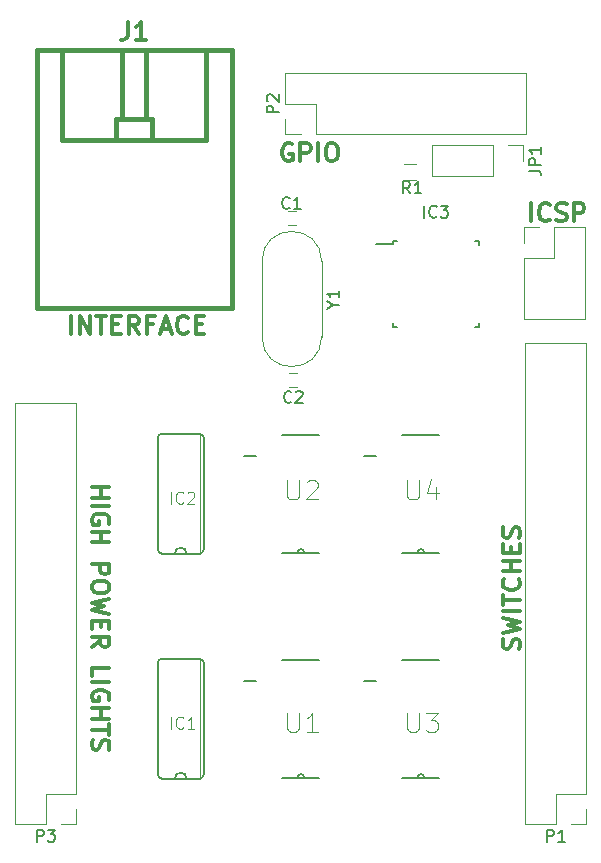
<source format=gbr>
G04 #@! TF.FileFunction,Legend,Top*
%FSLAX46Y46*%
G04 Gerber Fmt 4.6, Leading zero omitted, Abs format (unit mm)*
G04 Created by KiCad (PCBNEW 4.0.5) date 2017 May 23, Tuesday 21:15:10*
%MOMM*%
%LPD*%
G01*
G04 APERTURE LIST*
%ADD10C,0.100000*%
%ADD11C,0.300000*%
%ADD12C,0.120000*%
%ADD13C,0.152400*%
%ADD14C,0.050800*%
%ADD15C,0.150000*%
%ADD16C,0.381000*%
%ADD17C,0.050000*%
%ADD18C,0.304800*%
G04 APERTURE END LIST*
D10*
D11*
X143915000Y-65290000D02*
X143772143Y-65218571D01*
X143557857Y-65218571D01*
X143343572Y-65290000D01*
X143200714Y-65432857D01*
X143129286Y-65575714D01*
X143057857Y-65861429D01*
X143057857Y-66075714D01*
X143129286Y-66361429D01*
X143200714Y-66504286D01*
X143343572Y-66647143D01*
X143557857Y-66718571D01*
X143700714Y-66718571D01*
X143915000Y-66647143D01*
X143986429Y-66575714D01*
X143986429Y-66075714D01*
X143700714Y-66075714D01*
X144629286Y-66718571D02*
X144629286Y-65218571D01*
X145200714Y-65218571D01*
X145343572Y-65290000D01*
X145415000Y-65361429D01*
X145486429Y-65504286D01*
X145486429Y-65718571D01*
X145415000Y-65861429D01*
X145343572Y-65932857D01*
X145200714Y-66004286D01*
X144629286Y-66004286D01*
X146129286Y-66718571D02*
X146129286Y-65218571D01*
X147129286Y-65218571D02*
X147415000Y-65218571D01*
X147557858Y-65290000D01*
X147700715Y-65432857D01*
X147772143Y-65718571D01*
X147772143Y-66218571D01*
X147700715Y-66504286D01*
X147557858Y-66647143D01*
X147415000Y-66718571D01*
X147129286Y-66718571D01*
X146986429Y-66647143D01*
X146843572Y-66504286D01*
X146772143Y-66218571D01*
X146772143Y-65718571D01*
X146843572Y-65432857D01*
X146986429Y-65290000D01*
X147129286Y-65218571D01*
X164155715Y-71798571D02*
X164155715Y-70298571D01*
X165727144Y-71655714D02*
X165655715Y-71727143D01*
X165441429Y-71798571D01*
X165298572Y-71798571D01*
X165084287Y-71727143D01*
X164941429Y-71584286D01*
X164870001Y-71441429D01*
X164798572Y-71155714D01*
X164798572Y-70941429D01*
X164870001Y-70655714D01*
X164941429Y-70512857D01*
X165084287Y-70370000D01*
X165298572Y-70298571D01*
X165441429Y-70298571D01*
X165655715Y-70370000D01*
X165727144Y-70441429D01*
X166298572Y-71727143D02*
X166512858Y-71798571D01*
X166870001Y-71798571D01*
X167012858Y-71727143D01*
X167084287Y-71655714D01*
X167155715Y-71512857D01*
X167155715Y-71370000D01*
X167084287Y-71227143D01*
X167012858Y-71155714D01*
X166870001Y-71084286D01*
X166584287Y-71012857D01*
X166441429Y-70941429D01*
X166370001Y-70870000D01*
X166298572Y-70727143D01*
X166298572Y-70584286D01*
X166370001Y-70441429D01*
X166441429Y-70370000D01*
X166584287Y-70298571D01*
X166941429Y-70298571D01*
X167155715Y-70370000D01*
X167798572Y-71798571D02*
X167798572Y-70298571D01*
X168370000Y-70298571D01*
X168512858Y-70370000D01*
X168584286Y-70441429D01*
X168655715Y-70584286D01*
X168655715Y-70798571D01*
X168584286Y-70941429D01*
X168512858Y-71012857D01*
X168370000Y-71084286D01*
X167798572Y-71084286D01*
X163167143Y-108012857D02*
X163238571Y-107798571D01*
X163238571Y-107441428D01*
X163167143Y-107298571D01*
X163095714Y-107227142D01*
X162952857Y-107155714D01*
X162810000Y-107155714D01*
X162667143Y-107227142D01*
X162595714Y-107298571D01*
X162524286Y-107441428D01*
X162452857Y-107727142D01*
X162381429Y-107870000D01*
X162310000Y-107941428D01*
X162167143Y-108012857D01*
X162024286Y-108012857D01*
X161881429Y-107941428D01*
X161810000Y-107870000D01*
X161738571Y-107727142D01*
X161738571Y-107370000D01*
X161810000Y-107155714D01*
X161738571Y-106655714D02*
X163238571Y-106298571D01*
X162167143Y-106012857D01*
X163238571Y-105727143D01*
X161738571Y-105370000D01*
X163238571Y-104798571D02*
X161738571Y-104798571D01*
X161738571Y-104298571D02*
X161738571Y-103441428D01*
X163238571Y-103869999D02*
X161738571Y-103869999D01*
X163095714Y-102084285D02*
X163167143Y-102155714D01*
X163238571Y-102370000D01*
X163238571Y-102512857D01*
X163167143Y-102727142D01*
X163024286Y-102870000D01*
X162881429Y-102941428D01*
X162595714Y-103012857D01*
X162381429Y-103012857D01*
X162095714Y-102941428D01*
X161952857Y-102870000D01*
X161810000Y-102727142D01*
X161738571Y-102512857D01*
X161738571Y-102370000D01*
X161810000Y-102155714D01*
X161881429Y-102084285D01*
X163238571Y-101441428D02*
X161738571Y-101441428D01*
X162452857Y-101441428D02*
X162452857Y-100584285D01*
X163238571Y-100584285D02*
X161738571Y-100584285D01*
X162452857Y-99869999D02*
X162452857Y-99369999D01*
X163238571Y-99155713D02*
X163238571Y-99869999D01*
X161738571Y-99869999D01*
X161738571Y-99155713D01*
X163167143Y-98584285D02*
X163238571Y-98369999D01*
X163238571Y-98012856D01*
X163167143Y-97869999D01*
X163095714Y-97798570D01*
X162952857Y-97727142D01*
X162810000Y-97727142D01*
X162667143Y-97798570D01*
X162595714Y-97869999D01*
X162524286Y-98012856D01*
X162452857Y-98298570D01*
X162381429Y-98441428D01*
X162310000Y-98512856D01*
X162167143Y-98584285D01*
X162024286Y-98584285D01*
X161881429Y-98512856D01*
X161810000Y-98441428D01*
X161738571Y-98298570D01*
X161738571Y-97941428D01*
X161810000Y-97727142D01*
X126956429Y-94338571D02*
X128456429Y-94338571D01*
X127742143Y-94338571D02*
X127742143Y-95195714D01*
X126956429Y-95195714D02*
X128456429Y-95195714D01*
X126956429Y-95910000D02*
X128456429Y-95910000D01*
X128385000Y-97410000D02*
X128456429Y-97267143D01*
X128456429Y-97052857D01*
X128385000Y-96838572D01*
X128242143Y-96695714D01*
X128099286Y-96624286D01*
X127813571Y-96552857D01*
X127599286Y-96552857D01*
X127313571Y-96624286D01*
X127170714Y-96695714D01*
X127027857Y-96838572D01*
X126956429Y-97052857D01*
X126956429Y-97195714D01*
X127027857Y-97410000D01*
X127099286Y-97481429D01*
X127599286Y-97481429D01*
X127599286Y-97195714D01*
X126956429Y-98124286D02*
X128456429Y-98124286D01*
X127742143Y-98124286D02*
X127742143Y-98981429D01*
X126956429Y-98981429D02*
X128456429Y-98981429D01*
X126956429Y-100838572D02*
X128456429Y-100838572D01*
X128456429Y-101410000D01*
X128385000Y-101552858D01*
X128313571Y-101624286D01*
X128170714Y-101695715D01*
X127956429Y-101695715D01*
X127813571Y-101624286D01*
X127742143Y-101552858D01*
X127670714Y-101410000D01*
X127670714Y-100838572D01*
X128456429Y-102624286D02*
X128456429Y-102910000D01*
X128385000Y-103052858D01*
X128242143Y-103195715D01*
X127956429Y-103267143D01*
X127456429Y-103267143D01*
X127170714Y-103195715D01*
X127027857Y-103052858D01*
X126956429Y-102910000D01*
X126956429Y-102624286D01*
X127027857Y-102481429D01*
X127170714Y-102338572D01*
X127456429Y-102267143D01*
X127956429Y-102267143D01*
X128242143Y-102338572D01*
X128385000Y-102481429D01*
X128456429Y-102624286D01*
X128456429Y-103767144D02*
X126956429Y-104124287D01*
X128027857Y-104410001D01*
X126956429Y-104695715D01*
X128456429Y-105052858D01*
X127742143Y-105624287D02*
X127742143Y-106124287D01*
X126956429Y-106338573D02*
X126956429Y-105624287D01*
X128456429Y-105624287D01*
X128456429Y-106338573D01*
X126956429Y-107838573D02*
X127670714Y-107338573D01*
X126956429Y-106981430D02*
X128456429Y-106981430D01*
X128456429Y-107552858D01*
X128385000Y-107695716D01*
X128313571Y-107767144D01*
X128170714Y-107838573D01*
X127956429Y-107838573D01*
X127813571Y-107767144D01*
X127742143Y-107695716D01*
X127670714Y-107552858D01*
X127670714Y-106981430D01*
X126956429Y-110338573D02*
X126956429Y-109624287D01*
X128456429Y-109624287D01*
X126956429Y-110838573D02*
X128456429Y-110838573D01*
X128385000Y-112338573D02*
X128456429Y-112195716D01*
X128456429Y-111981430D01*
X128385000Y-111767145D01*
X128242143Y-111624287D01*
X128099286Y-111552859D01*
X127813571Y-111481430D01*
X127599286Y-111481430D01*
X127313571Y-111552859D01*
X127170714Y-111624287D01*
X127027857Y-111767145D01*
X126956429Y-111981430D01*
X126956429Y-112124287D01*
X127027857Y-112338573D01*
X127099286Y-112410002D01*
X127599286Y-112410002D01*
X127599286Y-112124287D01*
X126956429Y-113052859D02*
X128456429Y-113052859D01*
X127742143Y-113052859D02*
X127742143Y-113910002D01*
X126956429Y-113910002D02*
X128456429Y-113910002D01*
X128456429Y-114410002D02*
X128456429Y-115267145D01*
X126956429Y-114838574D02*
X128456429Y-114838574D01*
X127027857Y-115695716D02*
X126956429Y-115910002D01*
X126956429Y-116267145D01*
X127027857Y-116410002D01*
X127099286Y-116481431D01*
X127242143Y-116552859D01*
X127385000Y-116552859D01*
X127527857Y-116481431D01*
X127599286Y-116410002D01*
X127670714Y-116267145D01*
X127742143Y-115981431D01*
X127813571Y-115838573D01*
X127885000Y-115767145D01*
X128027857Y-115695716D01*
X128170714Y-115695716D01*
X128313571Y-115767145D01*
X128385000Y-115838573D01*
X128456429Y-115981431D01*
X128456429Y-116338573D01*
X128385000Y-116552859D01*
D12*
X144241000Y-72101000D02*
X143541000Y-72101000D01*
X143541000Y-70901000D02*
X144241000Y-70901000D01*
X144368000Y-85817000D02*
X143668000Y-85817000D01*
X143668000Y-84617000D02*
X144368000Y-84617000D01*
D13*
X132537200Y-109220000D02*
X132537200Y-118618000D01*
X136448800Y-109220000D02*
G75*
G03X136067800Y-108839000I-381000J0D01*
G01*
X132918200Y-118999000D02*
G75*
G02X132537200Y-118618000I0J381000D01*
G01*
X132537200Y-109220000D02*
G75*
G02X132918200Y-108839000I381000J0D01*
G01*
X136067800Y-118999000D02*
G75*
G03X136448800Y-118618000I0J381000D01*
G01*
X136448800Y-118618000D02*
X136448800Y-109220000D01*
X136067800Y-108839000D02*
X132918200Y-108839000D01*
X132918200Y-118999000D02*
X136067800Y-118999000D01*
X133985000Y-118999000D02*
G75*
G02X135001000Y-118999000I508000J0D01*
G01*
D14*
X136093200Y-118999000D02*
X136093200Y-108839000D01*
D13*
X132537200Y-90170000D02*
X132537200Y-99568000D01*
X136448800Y-90170000D02*
G75*
G03X136067800Y-89789000I-381000J0D01*
G01*
X132918200Y-99949000D02*
G75*
G02X132537200Y-99568000I0J381000D01*
G01*
X132537200Y-90170000D02*
G75*
G02X132918200Y-89789000I381000J0D01*
G01*
X136067800Y-99949000D02*
G75*
G03X136448800Y-99568000I0J381000D01*
G01*
X136448800Y-99568000D02*
X136448800Y-90170000D01*
X136067800Y-89789000D02*
X132918200Y-89789000D01*
X132918200Y-99949000D02*
X136067800Y-99949000D01*
X133985000Y-99949000D02*
G75*
G02X135001000Y-99949000I508000J0D01*
G01*
D14*
X136093200Y-99949000D02*
X136093200Y-89789000D01*
D12*
X160909000Y-65345000D02*
X155769000Y-65345000D01*
X155769000Y-65345000D02*
X155769000Y-68005000D01*
X155769000Y-68005000D02*
X160909000Y-68005000D01*
X160909000Y-68005000D02*
X160909000Y-65345000D01*
X162179000Y-65345000D02*
X163509000Y-65345000D01*
X163509000Y-65345000D02*
X163509000Y-66675000D01*
X168843000Y-120269000D02*
X168843000Y-82109000D01*
X168843000Y-82109000D02*
X163643000Y-82109000D01*
X163643000Y-82109000D02*
X163643000Y-122869000D01*
X163643000Y-122869000D02*
X166243000Y-122869000D01*
X166243000Y-122869000D02*
X166243000Y-120269000D01*
X166243000Y-120269000D02*
X168843000Y-120269000D01*
X168843000Y-121539000D02*
X168843000Y-122869000D01*
X168843000Y-122869000D02*
X167513000Y-122869000D01*
X145923000Y-64449000D02*
X163763000Y-64449000D01*
X163763000Y-64449000D02*
X163763000Y-59249000D01*
X163763000Y-59249000D02*
X143323000Y-59249000D01*
X143323000Y-59249000D02*
X143323000Y-61849000D01*
X143323000Y-61849000D02*
X145923000Y-61849000D01*
X145923000Y-61849000D02*
X145923000Y-64449000D01*
X144653000Y-64449000D02*
X143323000Y-64449000D01*
X143323000Y-64449000D02*
X143323000Y-63119000D01*
X125663000Y-120269000D02*
X125663000Y-87189000D01*
X125663000Y-87189000D02*
X120463000Y-87189000D01*
X120463000Y-87189000D02*
X120463000Y-122869000D01*
X120463000Y-122869000D02*
X123063000Y-122869000D01*
X123063000Y-122869000D02*
X123063000Y-120269000D01*
X123063000Y-120269000D02*
X125663000Y-120269000D01*
X125663000Y-121539000D02*
X125663000Y-122869000D01*
X125663000Y-122869000D02*
X124333000Y-122869000D01*
D13*
X140843000Y-110744000D02*
X139827000Y-110744000D01*
X146227800Y-108915200D02*
X143078200Y-108915200D01*
X143078200Y-118922800D02*
X144348200Y-118922800D01*
X144348200Y-118922800D02*
X144957800Y-118922800D01*
X144957800Y-118922800D02*
X146227800Y-118922800D01*
X144348200Y-118922800D02*
G75*
G02X144957800Y-118922800I304800J0D01*
G01*
X140843000Y-91694000D02*
X139827000Y-91694000D01*
X146227800Y-89865200D02*
X143078200Y-89865200D01*
X143078200Y-99872800D02*
X144348200Y-99872800D01*
X144348200Y-99872800D02*
X144957800Y-99872800D01*
X144957800Y-99872800D02*
X146227800Y-99872800D01*
X144348200Y-99872800D02*
G75*
G02X144957800Y-99872800I304800J0D01*
G01*
X151003000Y-110744000D02*
X149987000Y-110744000D01*
X156387800Y-108915200D02*
X153238200Y-108915200D01*
X153238200Y-118922800D02*
X154508200Y-118922800D01*
X154508200Y-118922800D02*
X155117800Y-118922800D01*
X155117800Y-118922800D02*
X156387800Y-118922800D01*
X154508200Y-118922800D02*
G75*
G02X155117800Y-118922800I304800J0D01*
G01*
X151003000Y-91694000D02*
X149987000Y-91694000D01*
X156387800Y-89865200D02*
X153238200Y-89865200D01*
X153238200Y-99872800D02*
X154508200Y-99872800D01*
X154508200Y-99872800D02*
X155117800Y-99872800D01*
X155117800Y-99872800D02*
X156387800Y-99872800D01*
X154508200Y-99872800D02*
G75*
G02X155117800Y-99872800I304800J0D01*
G01*
D12*
X146416000Y-75186000D02*
X146416000Y-81586000D01*
X141366000Y-75186000D02*
X141366000Y-81586000D01*
X141366000Y-75186000D02*
G75*
G02X146416000Y-75186000I2525000J0D01*
G01*
X141366000Y-81586000D02*
G75*
G03X146416000Y-81586000I2525000J0D01*
G01*
D15*
X152458000Y-73464000D02*
X152458000Y-73689000D01*
X159708000Y-73464000D02*
X159708000Y-73789000D01*
X159708000Y-80714000D02*
X159708000Y-80389000D01*
X152458000Y-80714000D02*
X152458000Y-80389000D01*
X152458000Y-73464000D02*
X152783000Y-73464000D01*
X152458000Y-80714000D02*
X152783000Y-80714000D01*
X159708000Y-80714000D02*
X159383000Y-80714000D01*
X159708000Y-73464000D02*
X159383000Y-73464000D01*
X152458000Y-73689000D02*
X151033000Y-73689000D01*
D16*
X124444000Y-64901000D02*
X124444000Y-57535000D01*
X136636000Y-64901000D02*
X136636000Y-57535000D01*
X138795000Y-57330000D02*
X138795000Y-79130000D01*
X138795000Y-79125000D02*
X122285000Y-79125000D01*
X122285000Y-79130000D02*
X122285000Y-57330000D01*
X138795000Y-57335000D02*
X122285000Y-57335000D01*
X129016000Y-63123000D02*
X132064000Y-63123000D01*
X129524000Y-63123000D02*
X129524000Y-57535000D01*
X129016000Y-64901000D02*
X129016000Y-63123000D01*
X132064000Y-63123000D02*
X132064000Y-64901000D01*
X131556000Y-57535000D02*
X131556000Y-63123000D01*
X136636000Y-64901000D02*
X124444000Y-64901000D01*
D12*
X163516000Y-74930000D02*
X163516000Y-80070000D01*
X163516000Y-80070000D02*
X168716000Y-80070000D01*
X168716000Y-80070000D02*
X168716000Y-72330000D01*
X168716000Y-72330000D02*
X166116000Y-72330000D01*
X166116000Y-72330000D02*
X166116000Y-74930000D01*
X166116000Y-74930000D02*
X163516000Y-74930000D01*
X163516000Y-73660000D02*
X163516000Y-72330000D01*
X163516000Y-72330000D02*
X164846000Y-72330000D01*
X154420000Y-68350000D02*
X153420000Y-68350000D01*
X153420000Y-66990000D02*
X154420000Y-66990000D01*
D15*
X143703334Y-70657143D02*
X143655715Y-70704762D01*
X143512858Y-70752381D01*
X143417620Y-70752381D01*
X143274762Y-70704762D01*
X143179524Y-70609524D01*
X143131905Y-70514286D01*
X143084286Y-70323810D01*
X143084286Y-70180952D01*
X143131905Y-69990476D01*
X143179524Y-69895238D01*
X143274762Y-69800000D01*
X143417620Y-69752381D01*
X143512858Y-69752381D01*
X143655715Y-69800000D01*
X143703334Y-69847619D01*
X144655715Y-70752381D02*
X144084286Y-70752381D01*
X144370000Y-70752381D02*
X144370000Y-69752381D01*
X144274762Y-69895238D01*
X144179524Y-69990476D01*
X144084286Y-70038095D01*
X143851334Y-87074143D02*
X143803715Y-87121762D01*
X143660858Y-87169381D01*
X143565620Y-87169381D01*
X143422762Y-87121762D01*
X143327524Y-87026524D01*
X143279905Y-86931286D01*
X143232286Y-86740810D01*
X143232286Y-86597952D01*
X143279905Y-86407476D01*
X143327524Y-86312238D01*
X143422762Y-86217000D01*
X143565620Y-86169381D01*
X143660858Y-86169381D01*
X143803715Y-86217000D01*
X143851334Y-86264619D01*
X144232286Y-86264619D02*
X144279905Y-86217000D01*
X144375143Y-86169381D01*
X144613239Y-86169381D01*
X144708477Y-86217000D01*
X144756096Y-86264619D01*
X144803715Y-86359857D01*
X144803715Y-86455095D01*
X144756096Y-86597952D01*
X144184667Y-87169381D01*
X144803715Y-87169381D01*
D17*
X133643810Y-114752381D02*
X133643810Y-113752381D01*
X134691429Y-114657143D02*
X134643810Y-114704762D01*
X134500953Y-114752381D01*
X134405715Y-114752381D01*
X134262857Y-114704762D01*
X134167619Y-114609524D01*
X134120000Y-114514286D01*
X134072381Y-114323810D01*
X134072381Y-114180952D01*
X134120000Y-113990476D01*
X134167619Y-113895238D01*
X134262857Y-113800000D01*
X134405715Y-113752381D01*
X134500953Y-113752381D01*
X134643810Y-113800000D01*
X134691429Y-113847619D01*
X135643810Y-114752381D02*
X135072381Y-114752381D01*
X135358095Y-114752381D02*
X135358095Y-113752381D01*
X135262857Y-113895238D01*
X135167619Y-113990476D01*
X135072381Y-114038095D01*
X133643810Y-95702381D02*
X133643810Y-94702381D01*
X134691429Y-95607143D02*
X134643810Y-95654762D01*
X134500953Y-95702381D01*
X134405715Y-95702381D01*
X134262857Y-95654762D01*
X134167619Y-95559524D01*
X134120000Y-95464286D01*
X134072381Y-95273810D01*
X134072381Y-95130952D01*
X134120000Y-94940476D01*
X134167619Y-94845238D01*
X134262857Y-94750000D01*
X134405715Y-94702381D01*
X134500953Y-94702381D01*
X134643810Y-94750000D01*
X134691429Y-94797619D01*
X135072381Y-94797619D02*
X135120000Y-94750000D01*
X135215238Y-94702381D01*
X135453334Y-94702381D01*
X135548572Y-94750000D01*
X135596191Y-94797619D01*
X135643810Y-94892857D01*
X135643810Y-94988095D01*
X135596191Y-95130952D01*
X135024762Y-95702381D01*
X135643810Y-95702381D01*
D15*
X163961381Y-67508333D02*
X164675667Y-67508333D01*
X164818524Y-67555953D01*
X164913762Y-67651191D01*
X164961381Y-67794048D01*
X164961381Y-67889286D01*
X164961381Y-67032143D02*
X163961381Y-67032143D01*
X163961381Y-66651190D01*
X164009000Y-66555952D01*
X164056619Y-66508333D01*
X164151857Y-66460714D01*
X164294714Y-66460714D01*
X164389952Y-66508333D01*
X164437571Y-66555952D01*
X164485190Y-66651190D01*
X164485190Y-67032143D01*
X164961381Y-65508333D02*
X164961381Y-66079762D01*
X164961381Y-65794048D02*
X163961381Y-65794048D01*
X164104238Y-65889286D01*
X164199476Y-65984524D01*
X164247095Y-66079762D01*
X165504905Y-124321381D02*
X165504905Y-123321381D01*
X165885858Y-123321381D01*
X165981096Y-123369000D01*
X166028715Y-123416619D01*
X166076334Y-123511857D01*
X166076334Y-123654714D01*
X166028715Y-123749952D01*
X165981096Y-123797571D01*
X165885858Y-123845190D01*
X165504905Y-123845190D01*
X167028715Y-124321381D02*
X166457286Y-124321381D01*
X166743000Y-124321381D02*
X166743000Y-123321381D01*
X166647762Y-123464238D01*
X166552524Y-123559476D01*
X166457286Y-123607095D01*
X142775381Y-62587095D02*
X141775381Y-62587095D01*
X141775381Y-62206142D01*
X141823000Y-62110904D01*
X141870619Y-62063285D01*
X141965857Y-62015666D01*
X142108714Y-62015666D01*
X142203952Y-62063285D01*
X142251571Y-62110904D01*
X142299190Y-62206142D01*
X142299190Y-62587095D01*
X141870619Y-61634714D02*
X141823000Y-61587095D01*
X141775381Y-61491857D01*
X141775381Y-61253761D01*
X141823000Y-61158523D01*
X141870619Y-61110904D01*
X141965857Y-61063285D01*
X142061095Y-61063285D01*
X142203952Y-61110904D01*
X142775381Y-61682333D01*
X142775381Y-61063285D01*
X122324905Y-124321381D02*
X122324905Y-123321381D01*
X122705858Y-123321381D01*
X122801096Y-123369000D01*
X122848715Y-123416619D01*
X122896334Y-123511857D01*
X122896334Y-123654714D01*
X122848715Y-123749952D01*
X122801096Y-123797571D01*
X122705858Y-123845190D01*
X122324905Y-123845190D01*
X123229667Y-123321381D02*
X123848715Y-123321381D01*
X123515381Y-123702333D01*
X123658239Y-123702333D01*
X123753477Y-123749952D01*
X123801096Y-123797571D01*
X123848715Y-123892810D01*
X123848715Y-124130905D01*
X123801096Y-124226143D01*
X123753477Y-124273762D01*
X123658239Y-124321381D01*
X123372524Y-124321381D01*
X123277286Y-124273762D01*
X123229667Y-124226143D01*
D17*
X143530476Y-113401905D02*
X143530476Y-114729524D01*
X143608571Y-114885714D01*
X143686667Y-114963810D01*
X143842857Y-115041905D01*
X144155238Y-115041905D01*
X144311429Y-114963810D01*
X144389524Y-114885714D01*
X144467619Y-114729524D01*
X144467619Y-113401905D01*
X146107619Y-115041905D02*
X145170476Y-115041905D01*
X145639047Y-115041905D02*
X145639047Y-113401905D01*
X145482857Y-113636190D01*
X145326666Y-113792381D01*
X145170476Y-113870476D01*
X143530476Y-93716905D02*
X143530476Y-95044524D01*
X143608571Y-95200714D01*
X143686667Y-95278810D01*
X143842857Y-95356905D01*
X144155238Y-95356905D01*
X144311429Y-95278810D01*
X144389524Y-95200714D01*
X144467619Y-95044524D01*
X144467619Y-93716905D01*
X145170476Y-93873095D02*
X145248571Y-93795000D01*
X145404762Y-93716905D01*
X145795238Y-93716905D01*
X145951428Y-93795000D01*
X146029524Y-93873095D01*
X146107619Y-94029286D01*
X146107619Y-94185476D01*
X146029524Y-94419762D01*
X145092381Y-95356905D01*
X146107619Y-95356905D01*
X153690476Y-113401905D02*
X153690476Y-114729524D01*
X153768571Y-114885714D01*
X153846667Y-114963810D01*
X154002857Y-115041905D01*
X154315238Y-115041905D01*
X154471429Y-114963810D01*
X154549524Y-114885714D01*
X154627619Y-114729524D01*
X154627619Y-113401905D01*
X155252381Y-113401905D02*
X156267619Y-113401905D01*
X155720952Y-114026667D01*
X155955238Y-114026667D01*
X156111428Y-114104762D01*
X156189524Y-114182857D01*
X156267619Y-114339048D01*
X156267619Y-114729524D01*
X156189524Y-114885714D01*
X156111428Y-114963810D01*
X155955238Y-115041905D01*
X155486666Y-115041905D01*
X155330476Y-114963810D01*
X155252381Y-114885714D01*
X153690476Y-93716905D02*
X153690476Y-95044524D01*
X153768571Y-95200714D01*
X153846667Y-95278810D01*
X154002857Y-95356905D01*
X154315238Y-95356905D01*
X154471429Y-95278810D01*
X154549524Y-95200714D01*
X154627619Y-95044524D01*
X154627619Y-93716905D01*
X156111428Y-94263571D02*
X156111428Y-95356905D01*
X155720952Y-93638810D02*
X155330476Y-94810238D01*
X156345714Y-94810238D01*
D15*
X147392190Y-78862191D02*
X147868381Y-78862191D01*
X146868381Y-79195524D02*
X147392190Y-78862191D01*
X146868381Y-78528857D01*
X147868381Y-77671714D02*
X147868381Y-78243143D01*
X147868381Y-77957429D02*
X146868381Y-77957429D01*
X147011238Y-78052667D01*
X147106476Y-78147905D01*
X147154095Y-78243143D01*
X155106810Y-71491381D02*
X155106810Y-70491381D01*
X156154429Y-71396143D02*
X156106810Y-71443762D01*
X155963953Y-71491381D01*
X155868715Y-71491381D01*
X155725857Y-71443762D01*
X155630619Y-71348524D01*
X155583000Y-71253286D01*
X155535381Y-71062810D01*
X155535381Y-70919952D01*
X155583000Y-70729476D01*
X155630619Y-70634238D01*
X155725857Y-70539000D01*
X155868715Y-70491381D01*
X155963953Y-70491381D01*
X156106810Y-70539000D01*
X156154429Y-70586619D01*
X156487762Y-70491381D02*
X157106810Y-70491381D01*
X156773476Y-70872333D01*
X156916334Y-70872333D01*
X157011572Y-70919952D01*
X157059191Y-70967571D01*
X157106810Y-71062810D01*
X157106810Y-71300905D01*
X157059191Y-71396143D01*
X157011572Y-71443762D01*
X156916334Y-71491381D01*
X156630619Y-71491381D01*
X156535381Y-71443762D01*
X156487762Y-71396143D01*
D18*
X130032000Y-54949429D02*
X130032000Y-56038000D01*
X129959428Y-56255714D01*
X129814285Y-56400857D01*
X129596571Y-56473429D01*
X129451428Y-56473429D01*
X131556000Y-56473429D02*
X130685143Y-56473429D01*
X131120571Y-56473429D02*
X131120571Y-54949429D01*
X130975428Y-55167143D01*
X130830286Y-55312286D01*
X130685143Y-55384857D01*
X125222000Y-81334429D02*
X125222000Y-79810429D01*
X125947714Y-81334429D02*
X125947714Y-79810429D01*
X126818571Y-81334429D01*
X126818571Y-79810429D01*
X127326571Y-79810429D02*
X128197428Y-79810429D01*
X127761999Y-81334429D02*
X127761999Y-79810429D01*
X128705428Y-80536143D02*
X129213428Y-80536143D01*
X129431142Y-81334429D02*
X128705428Y-81334429D01*
X128705428Y-79810429D01*
X129431142Y-79810429D01*
X130955142Y-81334429D02*
X130447142Y-80608714D01*
X130084285Y-81334429D02*
X130084285Y-79810429D01*
X130664857Y-79810429D01*
X130809999Y-79883000D01*
X130882571Y-79955571D01*
X130955142Y-80100714D01*
X130955142Y-80318429D01*
X130882571Y-80463571D01*
X130809999Y-80536143D01*
X130664857Y-80608714D01*
X130084285Y-80608714D01*
X132116285Y-80536143D02*
X131608285Y-80536143D01*
X131608285Y-81334429D02*
X131608285Y-79810429D01*
X132333999Y-79810429D01*
X132842000Y-80899000D02*
X133567714Y-80899000D01*
X132696857Y-81334429D02*
X133204857Y-79810429D01*
X133712857Y-81334429D01*
X135091714Y-81189286D02*
X135019143Y-81261857D01*
X134801429Y-81334429D01*
X134656286Y-81334429D01*
X134438571Y-81261857D01*
X134293429Y-81116714D01*
X134220857Y-80971571D01*
X134148286Y-80681286D01*
X134148286Y-80463571D01*
X134220857Y-80173286D01*
X134293429Y-80028143D01*
X134438571Y-79883000D01*
X134656286Y-79810429D01*
X134801429Y-79810429D01*
X135019143Y-79883000D01*
X135091714Y-79955571D01*
X135744857Y-80536143D02*
X136252857Y-80536143D01*
X136470571Y-81334429D02*
X135744857Y-81334429D01*
X135744857Y-79810429D01*
X136470571Y-79810429D01*
D15*
X153903334Y-69422381D02*
X153570000Y-68946190D01*
X153331905Y-69422381D02*
X153331905Y-68422381D01*
X153712858Y-68422381D01*
X153808096Y-68470000D01*
X153855715Y-68517619D01*
X153903334Y-68612857D01*
X153903334Y-68755714D01*
X153855715Y-68850952D01*
X153808096Y-68898571D01*
X153712858Y-68946190D01*
X153331905Y-68946190D01*
X154855715Y-69422381D02*
X154284286Y-69422381D01*
X154570000Y-69422381D02*
X154570000Y-68422381D01*
X154474762Y-68565238D01*
X154379524Y-68660476D01*
X154284286Y-68708095D01*
M02*

</source>
